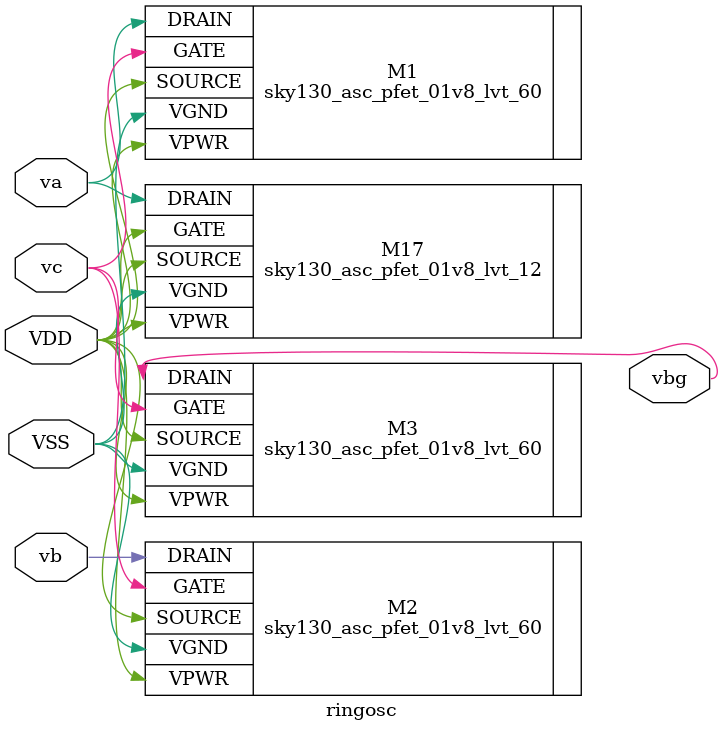
<source format=v>
/*
###############################################################
#  Generated by:      Cadence Innovus 20.13-s083_1
#  OS:                Linux x86_64(Host ID rice-503-20-north)
#  Generated on:      Tue May 17 12:39:33 2022
#  Design:            ringosc
#  Command:           saveNetlist -includePowerGround -excludeLeafCell results/ringosc.vcs.pg.v
###############################################################
*/
module ringosc (
	va, 
	vb, 
	vc, 
	vbg, 
	VSS, 
	VDD);
   input va;
   input vb;
   input vc;
   output vbg;
   inout VSS;
   inout VDD;

   // Internal wires
   wire VSSE;
   wire VSSPST;
   wire VPW;
   wire VDDPE;
   wire VDDCE;
   wire POC;
   wire VDDPST;
   wire VNW;
   wire VDD;

   // Module instantiations
   sky130_asc_pfet_01v8_lvt_12 M17 (
	.GATE(VDD),
	.SOURCE(VDD),
	.DRAIN(va), 
	.VPWR(VDD), 
	.VGND(VSS));
   sky130_asc_pfet_01v8_lvt_60 M1 (
	.GATE(vc),
	.SOURCE(VDD),
	.DRAIN(va), 
	.VPWR(VDD), 
	.VGND(VSS));
   sky130_asc_pfet_01v8_lvt_60 M2 (
	.GATE(vc),
	.SOURCE(VDD),
	.DRAIN(vb), 
	.VPWR(VDD), 
	.VGND(VSS));
   sky130_asc_pfet_01v8_lvt_60 M3 (
	.GATE(vc),
	.SOURCE(VDD),
	.DRAIN(vbg), 
	.VPWR(VDD), 
	.VGND(VSS));
endmodule


</source>
